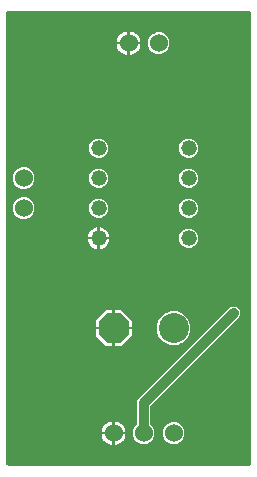
<source format=gbr>
G04 EAGLE Gerber RS-274X export*
G75*
%MOMM*%
%FSLAX34Y34*%
%LPD*%
%INBottom Copper*%
%IPPOS*%
%AMOC8*
5,1,8,0,0,1.08239X$1,22.5*%
G01*
%ADD10C,2.540000*%
%ADD11P,2.749271X8X202.500000*%
%ADD12C,1.320800*%
%ADD13C,1.524000*%
%ADD14C,0.812800*%
%ADD15C,0.756400*%

G36*
X215918Y10672D02*
X215918Y10672D01*
X215940Y10670D01*
X216178Y10689D01*
X216227Y10703D01*
X216295Y10712D01*
X216749Y10860D01*
X216796Y10886D01*
X216890Y10932D01*
X217276Y11212D01*
X217312Y11252D01*
X217388Y11324D01*
X217668Y11710D01*
X217691Y11759D01*
X217740Y11851D01*
X217888Y12305D01*
X217894Y12356D01*
X217911Y12422D01*
X217930Y12660D01*
X217927Y12679D01*
X217931Y12700D01*
X217931Y393700D01*
X217928Y393718D01*
X217930Y393740D01*
X217911Y393978D01*
X217897Y394027D01*
X217888Y394095D01*
X217740Y394549D01*
X217714Y394596D01*
X217668Y394690D01*
X217388Y395076D01*
X217348Y395112D01*
X217276Y395188D01*
X216890Y395468D01*
X216841Y395491D01*
X216749Y395540D01*
X216295Y395688D01*
X216244Y395694D01*
X216178Y395711D01*
X215940Y395730D01*
X215921Y395727D01*
X215900Y395731D01*
X12700Y395731D01*
X12682Y395728D01*
X12660Y395730D01*
X12422Y395711D01*
X12372Y395697D01*
X12305Y395688D01*
X11851Y395540D01*
X11804Y395514D01*
X11710Y395468D01*
X11324Y395188D01*
X11288Y395149D01*
X11212Y395076D01*
X10932Y394690D01*
X10909Y394641D01*
X10860Y394549D01*
X10712Y394095D01*
X10706Y394044D01*
X10689Y393978D01*
X10670Y393740D01*
X10673Y393721D01*
X10669Y393700D01*
X10669Y12700D01*
X10670Y12693D01*
X10669Y12687D01*
X10672Y12675D01*
X10670Y12660D01*
X10689Y12422D01*
X10703Y12373D01*
X10712Y12305D01*
X10860Y11851D01*
X10886Y11804D01*
X10932Y11710D01*
X11212Y11324D01*
X11252Y11288D01*
X11324Y11212D01*
X11710Y10932D01*
X11759Y10909D01*
X11851Y10860D01*
X12305Y10712D01*
X12356Y10706D01*
X12422Y10689D01*
X12660Y10670D01*
X12679Y10673D01*
X12700Y10669D01*
X215900Y10669D01*
X215918Y10672D01*
G37*
%LPC*%
G36*
X125181Y28955D02*
X125181Y28955D01*
X121820Y30347D01*
X119247Y32920D01*
X117855Y36281D01*
X117855Y39919D01*
X119247Y43280D01*
X121263Y45295D01*
X121267Y45302D01*
X121273Y45306D01*
X121322Y45385D01*
X121374Y45462D01*
X121375Y45470D01*
X121379Y45477D01*
X121411Y45654D01*
X121411Y64612D01*
X122262Y66666D01*
X200034Y144438D01*
X200622Y144681D01*
X200630Y144686D01*
X200638Y144689D01*
X200786Y144791D01*
X201002Y145007D01*
X201307Y145007D01*
X201316Y145009D01*
X201325Y145007D01*
X201501Y145045D01*
X201503Y145046D01*
X201704Y145130D01*
X202088Y145289D01*
X204312Y145289D01*
X204899Y145045D01*
X204908Y145044D01*
X204916Y145039D01*
X205093Y145007D01*
X205398Y145007D01*
X205614Y144791D01*
X205621Y144786D01*
X205627Y144779D01*
X205778Y144681D01*
X206366Y144438D01*
X207938Y142866D01*
X208181Y142278D01*
X208186Y142270D01*
X208189Y142262D01*
X208291Y142114D01*
X208507Y141898D01*
X208507Y141593D01*
X208509Y141584D01*
X208507Y141575D01*
X208545Y141399D01*
X208789Y140812D01*
X208789Y138588D01*
X208545Y138001D01*
X208544Y137992D01*
X208539Y137984D01*
X208507Y137807D01*
X208507Y137502D01*
X208291Y137286D01*
X208286Y137279D01*
X208279Y137273D01*
X208181Y137122D01*
X207938Y136534D01*
X132737Y61334D01*
X132733Y61327D01*
X132727Y61323D01*
X132678Y61244D01*
X132626Y61167D01*
X132625Y61159D01*
X132621Y61152D01*
X132589Y60975D01*
X132589Y45654D01*
X132590Y45646D01*
X132589Y45638D01*
X132610Y45548D01*
X132628Y45457D01*
X132633Y45451D01*
X132635Y45443D01*
X132737Y45295D01*
X134753Y43280D01*
X136145Y39919D01*
X136145Y36281D01*
X134753Y32920D01*
X132180Y30347D01*
X131111Y29905D01*
X129886Y29397D01*
X128819Y28955D01*
X125181Y28955D01*
G37*
%LPD*%
%LPC*%
G36*
X149570Y112775D02*
X149570Y112775D01*
X144342Y114941D01*
X140341Y118942D01*
X138175Y124170D01*
X138175Y129830D01*
X140341Y135058D01*
X144342Y139059D01*
X145527Y139550D01*
X146751Y140057D01*
X146752Y140057D01*
X147976Y140564D01*
X149201Y141072D01*
X149570Y141225D01*
X155230Y141225D01*
X160458Y139059D01*
X164459Y135058D01*
X166625Y129830D01*
X166625Y124170D01*
X164459Y118942D01*
X160458Y114941D01*
X159672Y114615D01*
X158447Y114108D01*
X157223Y113601D01*
X155998Y113094D01*
X155230Y112775D01*
X149570Y112775D01*
G37*
%LPD*%
%LPC*%
G36*
X23581Y219455D02*
X23581Y219455D01*
X20220Y220847D01*
X17647Y223420D01*
X16255Y226781D01*
X16255Y230419D01*
X17647Y233780D01*
X20220Y236353D01*
X20418Y236435D01*
X21643Y236942D01*
X22867Y237449D01*
X23581Y237745D01*
X27219Y237745D01*
X30580Y236353D01*
X33153Y233780D01*
X34545Y230419D01*
X34545Y226781D01*
X33153Y223420D01*
X30580Y220847D01*
X30057Y220631D01*
X28832Y220123D01*
X27607Y219616D01*
X27219Y219455D01*
X23581Y219455D01*
G37*
%LPD*%
%LPC*%
G36*
X150581Y28955D02*
X150581Y28955D01*
X147220Y30347D01*
X144647Y32920D01*
X143255Y36281D01*
X143255Y39919D01*
X144647Y43280D01*
X147220Y45853D01*
X148097Y46216D01*
X149322Y46723D01*
X150546Y47230D01*
X150581Y47245D01*
X154219Y47245D01*
X157580Y45853D01*
X160153Y43280D01*
X161545Y39919D01*
X161545Y36281D01*
X160153Y32920D01*
X157580Y30347D01*
X156511Y29905D01*
X155286Y29397D01*
X154219Y28955D01*
X150581Y28955D01*
G37*
%LPD*%
%LPC*%
G36*
X137881Y359155D02*
X137881Y359155D01*
X134520Y360547D01*
X131947Y363120D01*
X130555Y366481D01*
X130555Y370119D01*
X131947Y373480D01*
X134520Y376053D01*
X135445Y376436D01*
X136669Y376943D01*
X137881Y377445D01*
X141519Y377445D01*
X144880Y376053D01*
X147453Y373480D01*
X148845Y370119D01*
X148845Y366481D01*
X147453Y363120D01*
X144880Y360547D01*
X143859Y360124D01*
X142634Y359617D01*
X141519Y359155D01*
X137881Y359155D01*
G37*
%LPD*%
%LPC*%
G36*
X23581Y244855D02*
X23581Y244855D01*
X20220Y246247D01*
X17647Y248820D01*
X16255Y252181D01*
X16255Y255819D01*
X17647Y259180D01*
X20220Y261753D01*
X20327Y261797D01*
X20328Y261797D01*
X21552Y262304D01*
X22777Y262812D01*
X23581Y263145D01*
X27219Y263145D01*
X30580Y261753D01*
X33153Y259180D01*
X34545Y255819D01*
X34545Y252181D01*
X33153Y248820D01*
X30580Y246247D01*
X29966Y245993D01*
X28742Y245486D01*
X28741Y245486D01*
X27517Y244979D01*
X27219Y244855D01*
X23581Y244855D01*
G37*
%LPD*%
%LPC*%
G36*
X163483Y271271D02*
X163483Y271271D01*
X160495Y272509D01*
X158209Y274795D01*
X156971Y277783D01*
X156971Y281017D01*
X158209Y284005D01*
X160495Y286291D01*
X161367Y286652D01*
X162592Y287160D01*
X163483Y287529D01*
X166717Y287529D01*
X169705Y286291D01*
X171991Y284005D01*
X173229Y281017D01*
X173229Y277783D01*
X171991Y274795D01*
X169705Y272509D01*
X169370Y272370D01*
X168145Y271863D01*
X166921Y271356D01*
X166717Y271271D01*
X163483Y271271D01*
G37*
%LPD*%
%LPC*%
G36*
X87283Y271271D02*
X87283Y271271D01*
X84295Y272509D01*
X82009Y274795D01*
X80771Y277783D01*
X80771Y281017D01*
X82009Y284005D01*
X84295Y286291D01*
X85167Y286652D01*
X86392Y287160D01*
X87283Y287529D01*
X90517Y287529D01*
X93505Y286291D01*
X95791Y284005D01*
X97029Y281017D01*
X97029Y277783D01*
X95791Y274795D01*
X93505Y272509D01*
X93170Y272370D01*
X91945Y271863D01*
X90721Y271356D01*
X90517Y271271D01*
X87283Y271271D01*
G37*
%LPD*%
%LPC*%
G36*
X163483Y245871D02*
X163483Y245871D01*
X160495Y247109D01*
X158209Y249395D01*
X156971Y252383D01*
X156971Y255617D01*
X158209Y258605D01*
X160495Y260891D01*
X161458Y261290D01*
X162682Y261797D01*
X162683Y261797D01*
X163483Y262129D01*
X166717Y262129D01*
X169705Y260891D01*
X171991Y258605D01*
X173229Y255617D01*
X173229Y252383D01*
X171991Y249395D01*
X169705Y247109D01*
X169460Y247008D01*
X168236Y246500D01*
X167011Y245993D01*
X166717Y245871D01*
X163483Y245871D01*
G37*
%LPD*%
%LPC*%
G36*
X87283Y245871D02*
X87283Y245871D01*
X84295Y247109D01*
X82009Y249395D01*
X80771Y252383D01*
X80771Y255617D01*
X82009Y258605D01*
X84295Y260891D01*
X85258Y261290D01*
X86482Y261797D01*
X86483Y261797D01*
X87283Y262129D01*
X90517Y262129D01*
X93505Y260891D01*
X95791Y258605D01*
X97029Y255617D01*
X97029Y252383D01*
X95791Y249395D01*
X93505Y247109D01*
X93260Y247008D01*
X92036Y246500D01*
X90811Y245993D01*
X90517Y245871D01*
X87283Y245871D01*
G37*
%LPD*%
%LPC*%
G36*
X163483Y220471D02*
X163483Y220471D01*
X160495Y221709D01*
X158209Y223995D01*
X156971Y226983D01*
X156971Y230217D01*
X158209Y233205D01*
X160495Y235491D01*
X161548Y235927D01*
X162773Y236435D01*
X163483Y236729D01*
X166717Y236729D01*
X169705Y235491D01*
X171991Y233205D01*
X173229Y230217D01*
X173229Y226983D01*
X171991Y223995D01*
X169705Y221709D01*
X169551Y221645D01*
X168326Y221138D01*
X167102Y220631D01*
X166717Y220471D01*
X163483Y220471D01*
G37*
%LPD*%
%LPC*%
G36*
X87283Y220471D02*
X87283Y220471D01*
X84295Y221709D01*
X82009Y223995D01*
X80771Y226983D01*
X80771Y230217D01*
X82009Y233205D01*
X84295Y235491D01*
X85348Y235927D01*
X86573Y236435D01*
X87283Y236729D01*
X90517Y236729D01*
X93505Y235491D01*
X95791Y233205D01*
X97029Y230217D01*
X97029Y226983D01*
X95791Y223995D01*
X93505Y221709D01*
X93351Y221645D01*
X92126Y221138D01*
X90902Y220631D01*
X90517Y220471D01*
X87283Y220471D01*
G37*
%LPD*%
%LPC*%
G36*
X163483Y195071D02*
X163483Y195071D01*
X160495Y196309D01*
X158209Y198595D01*
X156971Y201583D01*
X156971Y204817D01*
X158209Y207805D01*
X160495Y210091D01*
X161639Y210565D01*
X162863Y211072D01*
X162864Y211072D01*
X163483Y211329D01*
X166717Y211329D01*
X169705Y210091D01*
X171991Y207805D01*
X173229Y204817D01*
X173229Y201583D01*
X171991Y198595D01*
X169705Y196309D01*
X169641Y196283D01*
X168417Y195775D01*
X167192Y195268D01*
X166717Y195071D01*
X163483Y195071D01*
G37*
%LPD*%
%LPC*%
G36*
X102615Y128015D02*
X102615Y128015D01*
X102615Y142241D01*
X107913Y142241D01*
X116841Y133313D01*
X116841Y128015D01*
X102615Y128015D01*
G37*
%LPD*%
%LPC*%
G36*
X86359Y128015D02*
X86359Y128015D01*
X86359Y133313D01*
X95287Y142241D01*
X100585Y142241D01*
X100585Y128015D01*
X86359Y128015D01*
G37*
%LPD*%
%LPC*%
G36*
X102615Y111759D02*
X102615Y111759D01*
X102615Y125985D01*
X116841Y125985D01*
X116841Y120687D01*
X107913Y111759D01*
X102615Y111759D01*
G37*
%LPD*%
%LPC*%
G36*
X95287Y111759D02*
X95287Y111759D01*
X86359Y120687D01*
X86359Y125985D01*
X100585Y125985D01*
X100585Y111759D01*
X95287Y111759D01*
G37*
%LPD*%
%LPC*%
G36*
X115315Y369315D02*
X115315Y369315D01*
X115315Y378427D01*
X116679Y378211D01*
X118200Y377716D01*
X119625Y376990D01*
X120919Y376050D01*
X122050Y374919D01*
X122990Y373625D01*
X123716Y372200D01*
X124211Y370679D01*
X124427Y369315D01*
X115315Y369315D01*
G37*
%LPD*%
%LPC*%
G36*
X102615Y39115D02*
X102615Y39115D01*
X102615Y48227D01*
X103979Y48011D01*
X105500Y47516D01*
X106925Y46790D01*
X108219Y45850D01*
X109350Y44719D01*
X110290Y43425D01*
X111016Y42000D01*
X111511Y40479D01*
X111727Y39115D01*
X102615Y39115D01*
G37*
%LPD*%
%LPC*%
G36*
X104173Y369315D02*
X104173Y369315D01*
X104389Y370679D01*
X104884Y372200D01*
X105610Y373625D01*
X106550Y374919D01*
X107681Y376050D01*
X108975Y376990D01*
X110400Y377716D01*
X111921Y378211D01*
X113285Y378427D01*
X113285Y369315D01*
X104173Y369315D01*
G37*
%LPD*%
%LPC*%
G36*
X102615Y37085D02*
X102615Y37085D01*
X111727Y37085D01*
X111511Y35721D01*
X111016Y34200D01*
X110290Y32775D01*
X109350Y31481D01*
X108219Y30350D01*
X106925Y29410D01*
X105500Y28684D01*
X103979Y28189D01*
X102615Y27973D01*
X102615Y37085D01*
G37*
%LPD*%
%LPC*%
G36*
X115315Y367285D02*
X115315Y367285D01*
X124427Y367285D01*
X124211Y365921D01*
X123716Y364400D01*
X122990Y362975D01*
X122050Y361681D01*
X120919Y360550D01*
X119625Y359610D01*
X118200Y358884D01*
X116679Y358389D01*
X115315Y358173D01*
X115315Y367285D01*
G37*
%LPD*%
%LPC*%
G36*
X91473Y39115D02*
X91473Y39115D01*
X91689Y40479D01*
X92184Y42000D01*
X92910Y43425D01*
X93850Y44719D01*
X94981Y45850D01*
X96275Y46790D01*
X97700Y47516D01*
X99221Y48011D01*
X100585Y48227D01*
X100585Y39115D01*
X91473Y39115D01*
G37*
%LPD*%
%LPC*%
G36*
X99221Y28189D02*
X99221Y28189D01*
X97700Y28684D01*
X96275Y29410D01*
X94981Y30350D01*
X93850Y31481D01*
X92910Y32775D01*
X92184Y34200D01*
X91689Y35721D01*
X91473Y37085D01*
X100585Y37085D01*
X100585Y27973D01*
X99221Y28189D01*
G37*
%LPD*%
%LPC*%
G36*
X111921Y358389D02*
X111921Y358389D01*
X110400Y358884D01*
X108975Y359610D01*
X107681Y360550D01*
X106550Y361681D01*
X105610Y362975D01*
X104884Y364400D01*
X104389Y365921D01*
X104173Y367285D01*
X113285Y367285D01*
X113285Y358173D01*
X111921Y358389D01*
G37*
%LPD*%
%LPC*%
G36*
X89915Y204215D02*
X89915Y204215D01*
X89915Y212322D01*
X91567Y211993D01*
X93232Y211304D01*
X94729Y210303D01*
X96003Y209029D01*
X97004Y207532D01*
X97693Y205867D01*
X98022Y204215D01*
X89915Y204215D01*
G37*
%LPD*%
%LPC*%
G36*
X79778Y204215D02*
X79778Y204215D01*
X80107Y205867D01*
X80796Y207532D01*
X81797Y209029D01*
X83071Y210303D01*
X84568Y211304D01*
X85233Y211579D01*
X86233Y211993D01*
X87885Y212322D01*
X87885Y204215D01*
X79778Y204215D01*
G37*
%LPD*%
%LPC*%
G36*
X89915Y202185D02*
X89915Y202185D01*
X98022Y202185D01*
X97693Y200532D01*
X97004Y198868D01*
X96003Y197371D01*
X94729Y196097D01*
X93232Y195096D01*
X92423Y194761D01*
X92422Y194761D01*
X91567Y194407D01*
X89915Y194078D01*
X89915Y202185D01*
G37*
%LPD*%
%LPC*%
G36*
X86233Y194407D02*
X86233Y194407D01*
X84568Y195096D01*
X83071Y196097D01*
X81797Y197371D01*
X80796Y198868D01*
X80107Y200532D01*
X79778Y202185D01*
X87885Y202185D01*
X87885Y194078D01*
X86233Y194407D01*
G37*
%LPD*%
%LPC*%
G36*
X101599Y126999D02*
X101599Y126999D01*
X101599Y127001D01*
X101601Y127001D01*
X101601Y126999D01*
X101599Y126999D01*
G37*
%LPD*%
%LPC*%
G36*
X88899Y203199D02*
X88899Y203199D01*
X88899Y203201D01*
X88901Y203201D01*
X88901Y203199D01*
X88899Y203199D01*
G37*
%LPD*%
%LPC*%
G36*
X101599Y38099D02*
X101599Y38099D01*
X101599Y38101D01*
X101601Y38101D01*
X101601Y38099D01*
X101599Y38099D01*
G37*
%LPD*%
%LPC*%
G36*
X114299Y368299D02*
X114299Y368299D01*
X114299Y368301D01*
X114301Y368301D01*
X114301Y368299D01*
X114299Y368299D01*
G37*
%LPD*%
D10*
X152400Y127000D03*
D11*
X101600Y127000D03*
D12*
X88900Y279400D03*
X88900Y254000D03*
X165100Y254000D03*
X165100Y279400D03*
X88900Y228600D03*
X88900Y203200D03*
X165100Y228600D03*
X165100Y203200D03*
D13*
X139700Y368300D03*
X114300Y368300D03*
X25400Y228600D03*
X25400Y254000D03*
X101600Y38100D03*
X127000Y38100D03*
X152400Y38100D03*
D14*
X127000Y38100D02*
X127000Y63500D01*
X203200Y139700D01*
D15*
X203200Y139700D03*
M02*

</source>
